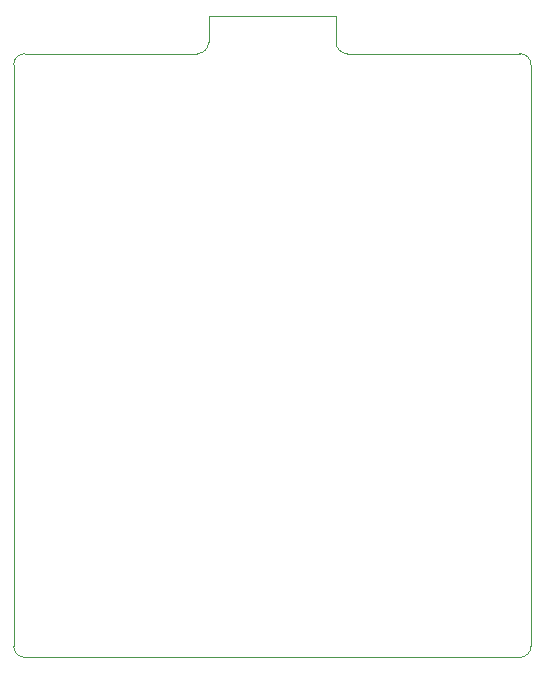
<source format=gbr>
%TF.GenerationSoftware,KiCad,Pcbnew,(6.0.7)*%
%TF.CreationDate,2022-09-12T20:58:16+12:00*%
%TF.ProjectId,ledusbc2key,6c656475-7362-4633-926b-65792e6b6963,rev?*%
%TF.SameCoordinates,Original*%
%TF.FileFunction,Profile,NP*%
%FSLAX46Y46*%
G04 Gerber Fmt 4.6, Leading zero omitted, Abs format (unit mm)*
G04 Created by KiCad (PCBNEW (6.0.7)) date 2022-09-12 20:58:16*
%MOMM*%
%LPD*%
G01*
G04 APERTURE LIST*
%TA.AperFunction,Profile*%
%ADD10C,0.100000*%
%TD*%
G04 APERTURE END LIST*
D10*
X133985000Y-61912500D02*
X148590000Y-61912500D01*
X148590000Y-113030000D02*
G75*
G03*
X149542500Y-112077500I0J952500D01*
G01*
X122237500Y-60960000D02*
X122237500Y-58737500D01*
X133032500Y-60960000D02*
G75*
G03*
X133985000Y-61912500I952500J0D01*
G01*
X105727500Y-112077500D02*
G75*
G03*
X106680000Y-113030000I952500J0D01*
G01*
X122237500Y-58737500D02*
X133032500Y-58737500D01*
X105727500Y-62865000D02*
X105727500Y-112077500D01*
X121285000Y-61912500D02*
G75*
G03*
X122237500Y-60960000I0J952500D01*
G01*
X106680000Y-61912500D02*
G75*
G03*
X105727500Y-62865000I0J-952500D01*
G01*
X106680000Y-113030000D02*
X148590000Y-113030000D01*
X149542500Y-62865000D02*
G75*
G03*
X148590000Y-61912500I-952500J0D01*
G01*
X149542500Y-112077500D02*
X149542500Y-62865000D01*
X121285000Y-61912500D02*
X106680000Y-61912500D01*
X133032500Y-58737500D02*
X133032500Y-60960000D01*
M02*

</source>
